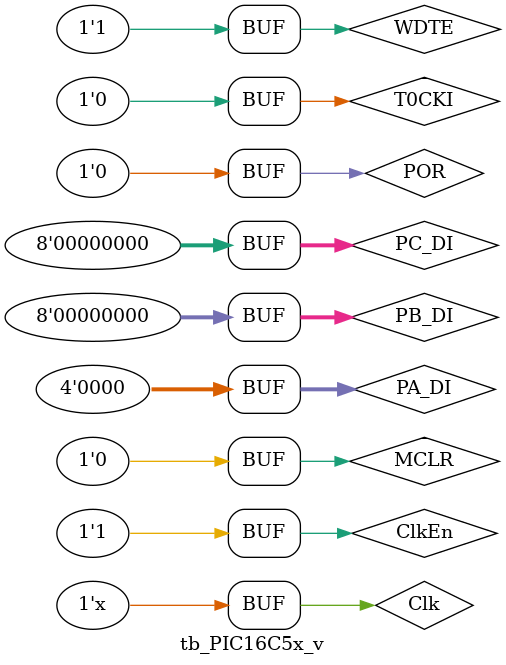
<source format=v>

`timescale 1ns / 1ps


module tb_PIC16C5x_v;

	// UUT Module Ports
	reg     POR;

	reg     Clk;
	reg     ClkEn;

	wire    [11:0] PC;
	reg     [11:0] IR;

	wire    [3:0] TRISA;
	wire    [3:0] PORTA;
	reg     [3:0] PA_DI;
 
    wire    [7:0] TRISB;
	wire    [7:0] PORTB;
	reg     [7:0] PB_DI;

	wire    [7:0] TRISC;
	wire    [7:0] PORTC;
	reg     [7:0] PC_DI;

	reg     MCLR;
	reg     T0CKI;
	reg     WDTE;

	// UUT Module Test Ports
    
	wire    Err;
	
    wire    [5:0] OPTION;

    wire    [ 8:0] dIR;
	wire    [11:0] ALU_Op;
	wire    [ 8:0] KI;
	wire    Skip;

 	wire    [11:0] TOS;
	wire    [11:0] NOS;

	wire    [7:0] W;

	wire    [6:0] FA;
	wire    [7:0] DO;
	wire    [7:0] DI;

	wire    [7:0] TMR0;
	wire    [7:0] FSR;
	wire    [7:0] STATUS;
	
    wire    T0CKI_Pls;
	
    wire    WDTClr;
	wire    [9:0] WDT;
	wire    WDT_TC;
	wire    WDT_TO;
	
    wire    [7:0] PSCntr;
	wire    PSC_Pls;
    
	// Instantiate the Unit Under Test (UUT)
	PIC16C5x #(.WDT_Size(10))
             uut (.POR(POR), 
                  .Clk(Clk), 
                  .ClkEn(ClkEn), 
                  .PC(PC), 
                  .IR(IR), 
                  .TRISA(TRISA), 
                  .PORTA(PORTA), 
                  .PA_DI(PA_DI), 
                  .TRISB(TRISB), 
                  .PORTB(PORTB), 
                  .PB_DI(PB_DI), 
                  .TRISC(TRISC), 
                  .PORTC(PORTC), 
                  .PC_DI(PC_DI), 
                  .MCLR(MCLR), 
                  .T0CKI(T0CKI), 
                  .WDTE(WDTE), 
                  .Err(Err), 
                  .OPTION(OPTION), 
                  .dIR(dIR), 
                  .ALU_Op(ALU_Op), 
                  .KI(KI), 
                  .Skip(Skip), 
                  .TOS(TOS), 
                  .NOS(NOS), 
                  .W(W), 
                  .FA(FA), 
                  .DO(DO), 
                  .DI(DI), 
                  .TMR0(TMR0), 
                  .FSR(FSR), 
                  .STATUS(STATUS), 
                  .T0CKI_Pls(T0CKI_Pls), 
                  .WDTClr(WDTClr), 
                  .WDT(WDT), 
                  .WDT_TC(WDT_TC), 
                  .WDT_TO(WDT_TO), 
                  .PSCntr(PSCntr), 
                  .PSC_Pls(PSC_Pls));

	initial begin
		// Initialize Inputs
		POR     = 1;
		Clk     = 1;
        ClkEn   = 1;
		IR      = 0;
		PA_DI   = 0;
		PB_DI   = 0;
		PC_DI   = 0;
		MCLR    = 0;
		T0CKI   = 0;
		WDTE    = 1;

		// Wait 100 ns for global reset to finish
		#101;

        POR = 0;
//        ClkEn = 1;

        #899;
        
	end
    
    always #5 Clk = ~Clk;
    
//    always @(posedge Clk)
//    begin
//        if(POR)
//            #1 ClkEn <= 0;
//        else
//            #1 ClkEn <= ~ClkEn;
//    end
    
    // Test Program ROM
      
    always @(PC or POR)
    begin
        if(POR)
            IR <= 12'b0000_0000_0000;    // NOP             ;; No Operation
        else 
            case(PC[11:0])
                12'h000 : IR = 12'b0111_0110_0011;   // BTFSS   0x03,3  ;; Test PD (STATUS.3), if set, not SLEEP restart
                12'h001 : IR = 12'b1010_0011_0000;   // GOTO    0x030   ;; SLEEP restart, continue test program
                12'h002 : IR = 12'b1100_0000_0111;   // MOVLW   0x07    ;; load OPTION
                12'h003 : IR = 12'b0000_0000_0010;   // OPTION
                12'h004 : IR = 12'b0000_0100_0000;   // CLRW            ;; clear working register
                12'h005 : IR = 12'b0000_0000_0101;   // TRISA           ;; load W into port control registers
                12'h006 : IR = 12'b0000_0000_0110;   // TRISB
                12'h007 : IR = 12'b0000_0000_0111;   // TRISC
                12'h008 : IR = 12'b1010_0000_1010;   // GOTO    0x00A   ;; Test GOTO
                12'h009 : IR = 12'b1100_1111_1111;   // MOVLW   0xFF    ;; instruction should be skipped
                12'h00A : IR = 12'b1001_0000_1101;   // CALL    0x0D    ;; Test CALL
                12'h00B : IR = 12'b0000_0010_0010;   // MOVWF   0x02    ;; Test Computed GOTO, Load PCL with W
                12'h00C : IR = 12'b0000_0000_0000;   // NOP             ;; No Operation
                12'h00D : IR = 12'b1000_0000_1110;   // RETLW   0x0E    ;; Test RETLW, return 0x0E in W
                12'h00E : IR = 12'b1100_0000_1001;   // MOVLW   0x09    ;; starting RAM + 1
                12'h00F : IR = 12'b0000_0010_0100;   // MOVWF   0x04    ;; indirect address register (FSR)
//
                12'h010 : IR = 12'b1100_0001_0111;   // MOVLW   0x17    ;; internal RAM count - 1
                12'h011 : IR = 12'b0000_0010_1000;   // MOVWF   0x08    ;; loop counter
                12'h012 : IR = 12'b0000_0100_0000;   // CLRW            ;; zero working register
                12'h013 : IR = 12'b0000_0010_0000;   // MOVWF   0x00    ;; clear RAM indirectly
                12'h014 : IR = 12'b0010_1010_0100;   // INCF    0x04,1  ;; increment FSR
                12'h015 : IR = 12'b0010_1110_1000;   // DECFSZ  0x08,1  ;; decrement loop counter
                12'h016 : IR = 12'b1010_0001_0011;   // GOTO    0x013   ;; loop until loop counter == 0
                12'h017 : IR = 12'b1100_0000_1001;   // MOVLW   0x09    ;; starting RAM + 1
                12'h018 : IR = 12'b0000_0010_0100;   // MOVWF   0x04    ;; reload FSR
                12'h019 : IR = 12'b1100_1110_1001;   // MOVLW   0xE9    ;; set loop counter to 256 - 23
                12'h01A : IR = 12'b0000_0010_1000;   // MOVWF   0x08
                12'h01B : IR = 12'b0010_0000_0000;   // MOVF    0x00,0  ;; read memory into W 
                12'h01C : IR = 12'b0011_1110_1000;   // INCFSZ  0x08,1  ;; increment counter loop until 0
                12'h01D : IR = 12'b1010_0001_1011;   // GOTO    0x01B   ;; loop    
                12'h01E : IR = 12'b0000_0000_0100;   // CLRWDT          ;; clear WDT
                12'h01F : IR = 12'b0000_0110_1000;   // CLRF    0x08    ;; Clear Memory Location 0x08
//
                12'h020 : IR = 12'b0010_0110_1000;   // DECF    0x08,1  ;; Decrement Memory Location 0x08
                12'h021 : IR = 12'b0001_1100_1000;   // ADDWF   0x08,0  ;; Add Memory Location 0x08 to W, Store in W
                12'h022 : IR = 12'b0000_1010_1000;   // SUBWF   0x08,1  ;; Subtract Memory Location 0x08
                12'h023 : IR = 12'b0011_0110_1000;   // RLF     0x08,1  ;; Rotate Memory Location 0x08
                12'h024 : IR = 12'b0011_0010_1000;   // RRF     0x08,1  ;; Rotate Memory Location
                12'h025 : IR = 12'b1100_0110_1001;   // MOVLW   0x69    ;; Load W with test pattern: W <= 0x69
                12'h026 : IR = 12'b0000_0010_1000;   // MOVWF   0x08    ;; Initialize Memory with test pattern
                12'h027 : IR = 12'b0011_1010_1000;   // SWAPF   0x08,1  ;; Test SWAPF: (0x08) <= 0x96 
                12'h028 : IR = 12'b0001_0010_1000;   // IORWF   0x08,1  ;; Test IORWF: (0x08) <= 0x69 | 0x96 
                12'h029 : IR = 12'b0001_0110_1000;   // ANDWF   0x08,1  ;; Test ANDWF: (0x08) <= 0x69 & 0xFF
                12'h02A : IR = 12'b0001_1010_1000;   // XORWF   0x08,1  :: Test XORWF: (0x08) <= 0x69 ^ 0x69
                12'h02B : IR = 12'b0010_0110_1000;   // COMF    0x08    ;; Test COMF:  (0x08) <= ~0x00  
                12'h02C : IR = 12'b1101_1001_0110;   // IORLW   0x96    ;; Test IORLW:      W <= 0x69 | 0x96
                12'h02D : IR = 12'b1110_0110_1001;   // ANDLW   0x69    ;; Test ANDLW:      W <= 0xFF & 0x69
                12'h02E : IR = 12'b1111_0110_1001;   // XORLW   0x69    ;; Test XORLW:      W <= 0x69 ^ 0x69
                12'h02F : IR = 12'b0000_0000_0011;   // SLEEP           ;; Stop Execution of test program: HALT
//
                12'h030 : IR = 12'b0000_0000_0100;   // CLRWDT          ;; Detected SLEEP restart, Clr WDT to reset PD
                12'h031 : IR = 12'b0110_0110_0011;   // BTFSC   0x03,3  ;; Check STATUS.3, skip if ~PD clear
                12'h032 : IR = 12'b1010_0011_0100;   // GOTO    0x034   ;; ~PD is set, CLRWDT cleared PD
                12'h033 : IR = 12'b1010_0011_0011;   // GOTO    0x033   ;; ERROR: hold here on error
                12'h034 : IR = 12'b1100_0001_0000;   // MOVLW   0x10    ;; Load FSR with non-banked RAM address
                12'h035 : IR = 12'b0000_0010_0100;   // MOVWF   0x04    ;; Initialize FSR for Bit Processor Tests
                12'h036 : IR = 12'b0000_0110_0000;   // CLRF    0x00    ;; Clear non-banked RAM location using INDF
                12'h037 : IR = 12'b0101_0000_0011;   // BSF     0x03,0  ;; Set   STATUS.0 (C) bit 
                12'h038 : IR = 12'b0100_0010_0011;   // BCF     0x03,1  ;; Clear STATUS.1 (DC) bit
                12'h039 : IR = 12'b0100_0100_0011;   // BCF     0x03,2  ;; Clear STATUS.2 (Z) bit
                12'h03A : IR = 12'b0010_0000_0011;   // MOVF    0x03,0  ;; Load W with STATUS
                12'h03B : IR = 12'b0011_0000_0000;   // RRF     0x00,0  ;; Rotate Right RAM location: C <= 0,      W <= 0x80
                12'h03C : IR = 12'b0011_0110_0000;   // RLF     0x00,0  ;; Rotate Left  RAM location: C <= 0, (INDF) <= 0x00
                12'h03D : IR = 12'b0000_0010_0000;   // MOVWF   0x00    ;; Write result back to RAM: (INDF) <= 0x80
                12'h03E : IR = 12'b0000_0010_0001;   // MOVWF   0x01    ;; Write to TMR0, clear Prescaler
                12'h03F : IR = 12'b1010_0000_0000;   // GOTO    0x000   ;; Restart Program
//
                default : IR = 12'b0000_0000_0000;   // NOP             ;; Reset Vector: Jump 0x000 (Start)
            endcase
    end
    
endmodule


</source>
